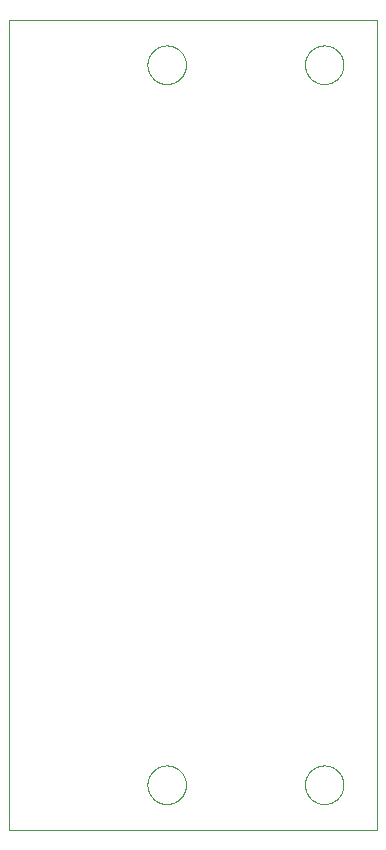
<source format=gko>
G75*
%MOIN*%
%OFA0B0*%
%FSLAX25Y25*%
%IPPOS*%
%LPD*%
%AMOC8*
5,1,8,0,0,1.08239X$1,22.5*
%
%ADD10C,0.00000*%
D10*
X0001000Y0001000D02*
X0001000Y0270961D01*
X0001000Y0271000D02*
X0123500Y0271000D01*
X0123500Y0270961D02*
X0123500Y0001000D01*
X0001000Y0001000D01*
X0047075Y0016000D02*
X0047077Y0016160D01*
X0047083Y0016320D01*
X0047093Y0016480D01*
X0047107Y0016640D01*
X0047125Y0016799D01*
X0047147Y0016958D01*
X0047173Y0017116D01*
X0047202Y0017273D01*
X0047236Y0017430D01*
X0047274Y0017585D01*
X0047315Y0017740D01*
X0047360Y0017894D01*
X0047410Y0018046D01*
X0047462Y0018197D01*
X0047519Y0018347D01*
X0047580Y0018496D01*
X0047644Y0018643D01*
X0047711Y0018788D01*
X0047783Y0018931D01*
X0047857Y0019073D01*
X0047936Y0019213D01*
X0048018Y0019350D01*
X0048103Y0019486D01*
X0048191Y0019619D01*
X0048283Y0019751D01*
X0048378Y0019879D01*
X0048477Y0020006D01*
X0048578Y0020130D01*
X0048683Y0020251D01*
X0048790Y0020370D01*
X0048901Y0020486D01*
X0049014Y0020599D01*
X0049130Y0020710D01*
X0049249Y0020817D01*
X0049370Y0020922D01*
X0049494Y0021023D01*
X0049621Y0021122D01*
X0049749Y0021217D01*
X0049881Y0021309D01*
X0050014Y0021397D01*
X0050150Y0021482D01*
X0050288Y0021564D01*
X0050427Y0021643D01*
X0050569Y0021717D01*
X0050712Y0021789D01*
X0050857Y0021856D01*
X0051004Y0021920D01*
X0051153Y0021981D01*
X0051303Y0022038D01*
X0051454Y0022090D01*
X0051606Y0022140D01*
X0051760Y0022185D01*
X0051915Y0022226D01*
X0052070Y0022264D01*
X0052227Y0022298D01*
X0052384Y0022327D01*
X0052542Y0022353D01*
X0052701Y0022375D01*
X0052860Y0022393D01*
X0053020Y0022407D01*
X0053180Y0022417D01*
X0053340Y0022423D01*
X0053500Y0022425D01*
X0053660Y0022423D01*
X0053820Y0022417D01*
X0053980Y0022407D01*
X0054140Y0022393D01*
X0054299Y0022375D01*
X0054458Y0022353D01*
X0054616Y0022327D01*
X0054773Y0022298D01*
X0054930Y0022264D01*
X0055085Y0022226D01*
X0055240Y0022185D01*
X0055394Y0022140D01*
X0055546Y0022090D01*
X0055697Y0022038D01*
X0055847Y0021981D01*
X0055996Y0021920D01*
X0056143Y0021856D01*
X0056288Y0021789D01*
X0056431Y0021717D01*
X0056573Y0021643D01*
X0056713Y0021564D01*
X0056850Y0021482D01*
X0056986Y0021397D01*
X0057119Y0021309D01*
X0057251Y0021217D01*
X0057379Y0021122D01*
X0057506Y0021023D01*
X0057630Y0020922D01*
X0057751Y0020817D01*
X0057870Y0020710D01*
X0057986Y0020599D01*
X0058099Y0020486D01*
X0058210Y0020370D01*
X0058317Y0020251D01*
X0058422Y0020130D01*
X0058523Y0020006D01*
X0058622Y0019879D01*
X0058717Y0019751D01*
X0058809Y0019619D01*
X0058897Y0019486D01*
X0058982Y0019350D01*
X0059064Y0019212D01*
X0059143Y0019073D01*
X0059217Y0018931D01*
X0059289Y0018788D01*
X0059356Y0018643D01*
X0059420Y0018496D01*
X0059481Y0018347D01*
X0059538Y0018197D01*
X0059590Y0018046D01*
X0059640Y0017894D01*
X0059685Y0017740D01*
X0059726Y0017585D01*
X0059764Y0017430D01*
X0059798Y0017273D01*
X0059827Y0017116D01*
X0059853Y0016958D01*
X0059875Y0016799D01*
X0059893Y0016640D01*
X0059907Y0016480D01*
X0059917Y0016320D01*
X0059923Y0016160D01*
X0059925Y0016000D01*
X0059923Y0015840D01*
X0059917Y0015680D01*
X0059907Y0015520D01*
X0059893Y0015360D01*
X0059875Y0015201D01*
X0059853Y0015042D01*
X0059827Y0014884D01*
X0059798Y0014727D01*
X0059764Y0014570D01*
X0059726Y0014415D01*
X0059685Y0014260D01*
X0059640Y0014106D01*
X0059590Y0013954D01*
X0059538Y0013803D01*
X0059481Y0013653D01*
X0059420Y0013504D01*
X0059356Y0013357D01*
X0059289Y0013212D01*
X0059217Y0013069D01*
X0059143Y0012927D01*
X0059064Y0012787D01*
X0058982Y0012650D01*
X0058897Y0012514D01*
X0058809Y0012381D01*
X0058717Y0012249D01*
X0058622Y0012121D01*
X0058523Y0011994D01*
X0058422Y0011870D01*
X0058317Y0011749D01*
X0058210Y0011630D01*
X0058099Y0011514D01*
X0057986Y0011401D01*
X0057870Y0011290D01*
X0057751Y0011183D01*
X0057630Y0011078D01*
X0057506Y0010977D01*
X0057379Y0010878D01*
X0057251Y0010783D01*
X0057119Y0010691D01*
X0056986Y0010603D01*
X0056850Y0010518D01*
X0056712Y0010436D01*
X0056573Y0010357D01*
X0056431Y0010283D01*
X0056288Y0010211D01*
X0056143Y0010144D01*
X0055996Y0010080D01*
X0055847Y0010019D01*
X0055697Y0009962D01*
X0055546Y0009910D01*
X0055394Y0009860D01*
X0055240Y0009815D01*
X0055085Y0009774D01*
X0054930Y0009736D01*
X0054773Y0009702D01*
X0054616Y0009673D01*
X0054458Y0009647D01*
X0054299Y0009625D01*
X0054140Y0009607D01*
X0053980Y0009593D01*
X0053820Y0009583D01*
X0053660Y0009577D01*
X0053500Y0009575D01*
X0053340Y0009577D01*
X0053180Y0009583D01*
X0053020Y0009593D01*
X0052860Y0009607D01*
X0052701Y0009625D01*
X0052542Y0009647D01*
X0052384Y0009673D01*
X0052227Y0009702D01*
X0052070Y0009736D01*
X0051915Y0009774D01*
X0051760Y0009815D01*
X0051606Y0009860D01*
X0051454Y0009910D01*
X0051303Y0009962D01*
X0051153Y0010019D01*
X0051004Y0010080D01*
X0050857Y0010144D01*
X0050712Y0010211D01*
X0050569Y0010283D01*
X0050427Y0010357D01*
X0050287Y0010436D01*
X0050150Y0010518D01*
X0050014Y0010603D01*
X0049881Y0010691D01*
X0049749Y0010783D01*
X0049621Y0010878D01*
X0049494Y0010977D01*
X0049370Y0011078D01*
X0049249Y0011183D01*
X0049130Y0011290D01*
X0049014Y0011401D01*
X0048901Y0011514D01*
X0048790Y0011630D01*
X0048683Y0011749D01*
X0048578Y0011870D01*
X0048477Y0011994D01*
X0048378Y0012121D01*
X0048283Y0012249D01*
X0048191Y0012381D01*
X0048103Y0012514D01*
X0048018Y0012650D01*
X0047936Y0012788D01*
X0047857Y0012927D01*
X0047783Y0013069D01*
X0047711Y0013212D01*
X0047644Y0013357D01*
X0047580Y0013504D01*
X0047519Y0013653D01*
X0047462Y0013803D01*
X0047410Y0013954D01*
X0047360Y0014106D01*
X0047315Y0014260D01*
X0047274Y0014415D01*
X0047236Y0014570D01*
X0047202Y0014727D01*
X0047173Y0014884D01*
X0047147Y0015042D01*
X0047125Y0015201D01*
X0047107Y0015360D01*
X0047093Y0015520D01*
X0047083Y0015680D01*
X0047077Y0015840D01*
X0047075Y0016000D01*
X0099575Y0016000D02*
X0099577Y0016160D01*
X0099583Y0016320D01*
X0099593Y0016480D01*
X0099607Y0016640D01*
X0099625Y0016799D01*
X0099647Y0016958D01*
X0099673Y0017116D01*
X0099702Y0017273D01*
X0099736Y0017430D01*
X0099774Y0017585D01*
X0099815Y0017740D01*
X0099860Y0017894D01*
X0099910Y0018046D01*
X0099962Y0018197D01*
X0100019Y0018347D01*
X0100080Y0018496D01*
X0100144Y0018643D01*
X0100211Y0018788D01*
X0100283Y0018931D01*
X0100357Y0019073D01*
X0100436Y0019213D01*
X0100518Y0019350D01*
X0100603Y0019486D01*
X0100691Y0019619D01*
X0100783Y0019751D01*
X0100878Y0019879D01*
X0100977Y0020006D01*
X0101078Y0020130D01*
X0101183Y0020251D01*
X0101290Y0020370D01*
X0101401Y0020486D01*
X0101514Y0020599D01*
X0101630Y0020710D01*
X0101749Y0020817D01*
X0101870Y0020922D01*
X0101994Y0021023D01*
X0102121Y0021122D01*
X0102249Y0021217D01*
X0102381Y0021309D01*
X0102514Y0021397D01*
X0102650Y0021482D01*
X0102788Y0021564D01*
X0102927Y0021643D01*
X0103069Y0021717D01*
X0103212Y0021789D01*
X0103357Y0021856D01*
X0103504Y0021920D01*
X0103653Y0021981D01*
X0103803Y0022038D01*
X0103954Y0022090D01*
X0104106Y0022140D01*
X0104260Y0022185D01*
X0104415Y0022226D01*
X0104570Y0022264D01*
X0104727Y0022298D01*
X0104884Y0022327D01*
X0105042Y0022353D01*
X0105201Y0022375D01*
X0105360Y0022393D01*
X0105520Y0022407D01*
X0105680Y0022417D01*
X0105840Y0022423D01*
X0106000Y0022425D01*
X0106160Y0022423D01*
X0106320Y0022417D01*
X0106480Y0022407D01*
X0106640Y0022393D01*
X0106799Y0022375D01*
X0106958Y0022353D01*
X0107116Y0022327D01*
X0107273Y0022298D01*
X0107430Y0022264D01*
X0107585Y0022226D01*
X0107740Y0022185D01*
X0107894Y0022140D01*
X0108046Y0022090D01*
X0108197Y0022038D01*
X0108347Y0021981D01*
X0108496Y0021920D01*
X0108643Y0021856D01*
X0108788Y0021789D01*
X0108931Y0021717D01*
X0109073Y0021643D01*
X0109213Y0021564D01*
X0109350Y0021482D01*
X0109486Y0021397D01*
X0109619Y0021309D01*
X0109751Y0021217D01*
X0109879Y0021122D01*
X0110006Y0021023D01*
X0110130Y0020922D01*
X0110251Y0020817D01*
X0110370Y0020710D01*
X0110486Y0020599D01*
X0110599Y0020486D01*
X0110710Y0020370D01*
X0110817Y0020251D01*
X0110922Y0020130D01*
X0111023Y0020006D01*
X0111122Y0019879D01*
X0111217Y0019751D01*
X0111309Y0019619D01*
X0111397Y0019486D01*
X0111482Y0019350D01*
X0111564Y0019212D01*
X0111643Y0019073D01*
X0111717Y0018931D01*
X0111789Y0018788D01*
X0111856Y0018643D01*
X0111920Y0018496D01*
X0111981Y0018347D01*
X0112038Y0018197D01*
X0112090Y0018046D01*
X0112140Y0017894D01*
X0112185Y0017740D01*
X0112226Y0017585D01*
X0112264Y0017430D01*
X0112298Y0017273D01*
X0112327Y0017116D01*
X0112353Y0016958D01*
X0112375Y0016799D01*
X0112393Y0016640D01*
X0112407Y0016480D01*
X0112417Y0016320D01*
X0112423Y0016160D01*
X0112425Y0016000D01*
X0112423Y0015840D01*
X0112417Y0015680D01*
X0112407Y0015520D01*
X0112393Y0015360D01*
X0112375Y0015201D01*
X0112353Y0015042D01*
X0112327Y0014884D01*
X0112298Y0014727D01*
X0112264Y0014570D01*
X0112226Y0014415D01*
X0112185Y0014260D01*
X0112140Y0014106D01*
X0112090Y0013954D01*
X0112038Y0013803D01*
X0111981Y0013653D01*
X0111920Y0013504D01*
X0111856Y0013357D01*
X0111789Y0013212D01*
X0111717Y0013069D01*
X0111643Y0012927D01*
X0111564Y0012787D01*
X0111482Y0012650D01*
X0111397Y0012514D01*
X0111309Y0012381D01*
X0111217Y0012249D01*
X0111122Y0012121D01*
X0111023Y0011994D01*
X0110922Y0011870D01*
X0110817Y0011749D01*
X0110710Y0011630D01*
X0110599Y0011514D01*
X0110486Y0011401D01*
X0110370Y0011290D01*
X0110251Y0011183D01*
X0110130Y0011078D01*
X0110006Y0010977D01*
X0109879Y0010878D01*
X0109751Y0010783D01*
X0109619Y0010691D01*
X0109486Y0010603D01*
X0109350Y0010518D01*
X0109212Y0010436D01*
X0109073Y0010357D01*
X0108931Y0010283D01*
X0108788Y0010211D01*
X0108643Y0010144D01*
X0108496Y0010080D01*
X0108347Y0010019D01*
X0108197Y0009962D01*
X0108046Y0009910D01*
X0107894Y0009860D01*
X0107740Y0009815D01*
X0107585Y0009774D01*
X0107430Y0009736D01*
X0107273Y0009702D01*
X0107116Y0009673D01*
X0106958Y0009647D01*
X0106799Y0009625D01*
X0106640Y0009607D01*
X0106480Y0009593D01*
X0106320Y0009583D01*
X0106160Y0009577D01*
X0106000Y0009575D01*
X0105840Y0009577D01*
X0105680Y0009583D01*
X0105520Y0009593D01*
X0105360Y0009607D01*
X0105201Y0009625D01*
X0105042Y0009647D01*
X0104884Y0009673D01*
X0104727Y0009702D01*
X0104570Y0009736D01*
X0104415Y0009774D01*
X0104260Y0009815D01*
X0104106Y0009860D01*
X0103954Y0009910D01*
X0103803Y0009962D01*
X0103653Y0010019D01*
X0103504Y0010080D01*
X0103357Y0010144D01*
X0103212Y0010211D01*
X0103069Y0010283D01*
X0102927Y0010357D01*
X0102787Y0010436D01*
X0102650Y0010518D01*
X0102514Y0010603D01*
X0102381Y0010691D01*
X0102249Y0010783D01*
X0102121Y0010878D01*
X0101994Y0010977D01*
X0101870Y0011078D01*
X0101749Y0011183D01*
X0101630Y0011290D01*
X0101514Y0011401D01*
X0101401Y0011514D01*
X0101290Y0011630D01*
X0101183Y0011749D01*
X0101078Y0011870D01*
X0100977Y0011994D01*
X0100878Y0012121D01*
X0100783Y0012249D01*
X0100691Y0012381D01*
X0100603Y0012514D01*
X0100518Y0012650D01*
X0100436Y0012788D01*
X0100357Y0012927D01*
X0100283Y0013069D01*
X0100211Y0013212D01*
X0100144Y0013357D01*
X0100080Y0013504D01*
X0100019Y0013653D01*
X0099962Y0013803D01*
X0099910Y0013954D01*
X0099860Y0014106D01*
X0099815Y0014260D01*
X0099774Y0014415D01*
X0099736Y0014570D01*
X0099702Y0014727D01*
X0099673Y0014884D01*
X0099647Y0015042D01*
X0099625Y0015201D01*
X0099607Y0015360D01*
X0099593Y0015520D01*
X0099583Y0015680D01*
X0099577Y0015840D01*
X0099575Y0016000D01*
X0099575Y0256000D02*
X0099577Y0256160D01*
X0099583Y0256320D01*
X0099593Y0256480D01*
X0099607Y0256640D01*
X0099625Y0256799D01*
X0099647Y0256958D01*
X0099673Y0257116D01*
X0099702Y0257273D01*
X0099736Y0257430D01*
X0099774Y0257585D01*
X0099815Y0257740D01*
X0099860Y0257894D01*
X0099910Y0258046D01*
X0099962Y0258197D01*
X0100019Y0258347D01*
X0100080Y0258496D01*
X0100144Y0258643D01*
X0100211Y0258788D01*
X0100283Y0258931D01*
X0100357Y0259073D01*
X0100436Y0259213D01*
X0100518Y0259350D01*
X0100603Y0259486D01*
X0100691Y0259619D01*
X0100783Y0259751D01*
X0100878Y0259879D01*
X0100977Y0260006D01*
X0101078Y0260130D01*
X0101183Y0260251D01*
X0101290Y0260370D01*
X0101401Y0260486D01*
X0101514Y0260599D01*
X0101630Y0260710D01*
X0101749Y0260817D01*
X0101870Y0260922D01*
X0101994Y0261023D01*
X0102121Y0261122D01*
X0102249Y0261217D01*
X0102381Y0261309D01*
X0102514Y0261397D01*
X0102650Y0261482D01*
X0102788Y0261564D01*
X0102927Y0261643D01*
X0103069Y0261717D01*
X0103212Y0261789D01*
X0103357Y0261856D01*
X0103504Y0261920D01*
X0103653Y0261981D01*
X0103803Y0262038D01*
X0103954Y0262090D01*
X0104106Y0262140D01*
X0104260Y0262185D01*
X0104415Y0262226D01*
X0104570Y0262264D01*
X0104727Y0262298D01*
X0104884Y0262327D01*
X0105042Y0262353D01*
X0105201Y0262375D01*
X0105360Y0262393D01*
X0105520Y0262407D01*
X0105680Y0262417D01*
X0105840Y0262423D01*
X0106000Y0262425D01*
X0106160Y0262423D01*
X0106320Y0262417D01*
X0106480Y0262407D01*
X0106640Y0262393D01*
X0106799Y0262375D01*
X0106958Y0262353D01*
X0107116Y0262327D01*
X0107273Y0262298D01*
X0107430Y0262264D01*
X0107585Y0262226D01*
X0107740Y0262185D01*
X0107894Y0262140D01*
X0108046Y0262090D01*
X0108197Y0262038D01*
X0108347Y0261981D01*
X0108496Y0261920D01*
X0108643Y0261856D01*
X0108788Y0261789D01*
X0108931Y0261717D01*
X0109073Y0261643D01*
X0109213Y0261564D01*
X0109350Y0261482D01*
X0109486Y0261397D01*
X0109619Y0261309D01*
X0109751Y0261217D01*
X0109879Y0261122D01*
X0110006Y0261023D01*
X0110130Y0260922D01*
X0110251Y0260817D01*
X0110370Y0260710D01*
X0110486Y0260599D01*
X0110599Y0260486D01*
X0110710Y0260370D01*
X0110817Y0260251D01*
X0110922Y0260130D01*
X0111023Y0260006D01*
X0111122Y0259879D01*
X0111217Y0259751D01*
X0111309Y0259619D01*
X0111397Y0259486D01*
X0111482Y0259350D01*
X0111564Y0259212D01*
X0111643Y0259073D01*
X0111717Y0258931D01*
X0111789Y0258788D01*
X0111856Y0258643D01*
X0111920Y0258496D01*
X0111981Y0258347D01*
X0112038Y0258197D01*
X0112090Y0258046D01*
X0112140Y0257894D01*
X0112185Y0257740D01*
X0112226Y0257585D01*
X0112264Y0257430D01*
X0112298Y0257273D01*
X0112327Y0257116D01*
X0112353Y0256958D01*
X0112375Y0256799D01*
X0112393Y0256640D01*
X0112407Y0256480D01*
X0112417Y0256320D01*
X0112423Y0256160D01*
X0112425Y0256000D01*
X0112423Y0255840D01*
X0112417Y0255680D01*
X0112407Y0255520D01*
X0112393Y0255360D01*
X0112375Y0255201D01*
X0112353Y0255042D01*
X0112327Y0254884D01*
X0112298Y0254727D01*
X0112264Y0254570D01*
X0112226Y0254415D01*
X0112185Y0254260D01*
X0112140Y0254106D01*
X0112090Y0253954D01*
X0112038Y0253803D01*
X0111981Y0253653D01*
X0111920Y0253504D01*
X0111856Y0253357D01*
X0111789Y0253212D01*
X0111717Y0253069D01*
X0111643Y0252927D01*
X0111564Y0252787D01*
X0111482Y0252650D01*
X0111397Y0252514D01*
X0111309Y0252381D01*
X0111217Y0252249D01*
X0111122Y0252121D01*
X0111023Y0251994D01*
X0110922Y0251870D01*
X0110817Y0251749D01*
X0110710Y0251630D01*
X0110599Y0251514D01*
X0110486Y0251401D01*
X0110370Y0251290D01*
X0110251Y0251183D01*
X0110130Y0251078D01*
X0110006Y0250977D01*
X0109879Y0250878D01*
X0109751Y0250783D01*
X0109619Y0250691D01*
X0109486Y0250603D01*
X0109350Y0250518D01*
X0109212Y0250436D01*
X0109073Y0250357D01*
X0108931Y0250283D01*
X0108788Y0250211D01*
X0108643Y0250144D01*
X0108496Y0250080D01*
X0108347Y0250019D01*
X0108197Y0249962D01*
X0108046Y0249910D01*
X0107894Y0249860D01*
X0107740Y0249815D01*
X0107585Y0249774D01*
X0107430Y0249736D01*
X0107273Y0249702D01*
X0107116Y0249673D01*
X0106958Y0249647D01*
X0106799Y0249625D01*
X0106640Y0249607D01*
X0106480Y0249593D01*
X0106320Y0249583D01*
X0106160Y0249577D01*
X0106000Y0249575D01*
X0105840Y0249577D01*
X0105680Y0249583D01*
X0105520Y0249593D01*
X0105360Y0249607D01*
X0105201Y0249625D01*
X0105042Y0249647D01*
X0104884Y0249673D01*
X0104727Y0249702D01*
X0104570Y0249736D01*
X0104415Y0249774D01*
X0104260Y0249815D01*
X0104106Y0249860D01*
X0103954Y0249910D01*
X0103803Y0249962D01*
X0103653Y0250019D01*
X0103504Y0250080D01*
X0103357Y0250144D01*
X0103212Y0250211D01*
X0103069Y0250283D01*
X0102927Y0250357D01*
X0102787Y0250436D01*
X0102650Y0250518D01*
X0102514Y0250603D01*
X0102381Y0250691D01*
X0102249Y0250783D01*
X0102121Y0250878D01*
X0101994Y0250977D01*
X0101870Y0251078D01*
X0101749Y0251183D01*
X0101630Y0251290D01*
X0101514Y0251401D01*
X0101401Y0251514D01*
X0101290Y0251630D01*
X0101183Y0251749D01*
X0101078Y0251870D01*
X0100977Y0251994D01*
X0100878Y0252121D01*
X0100783Y0252249D01*
X0100691Y0252381D01*
X0100603Y0252514D01*
X0100518Y0252650D01*
X0100436Y0252788D01*
X0100357Y0252927D01*
X0100283Y0253069D01*
X0100211Y0253212D01*
X0100144Y0253357D01*
X0100080Y0253504D01*
X0100019Y0253653D01*
X0099962Y0253803D01*
X0099910Y0253954D01*
X0099860Y0254106D01*
X0099815Y0254260D01*
X0099774Y0254415D01*
X0099736Y0254570D01*
X0099702Y0254727D01*
X0099673Y0254884D01*
X0099647Y0255042D01*
X0099625Y0255201D01*
X0099607Y0255360D01*
X0099593Y0255520D01*
X0099583Y0255680D01*
X0099577Y0255840D01*
X0099575Y0256000D01*
X0047075Y0256000D02*
X0047077Y0256160D01*
X0047083Y0256320D01*
X0047093Y0256480D01*
X0047107Y0256640D01*
X0047125Y0256799D01*
X0047147Y0256958D01*
X0047173Y0257116D01*
X0047202Y0257273D01*
X0047236Y0257430D01*
X0047274Y0257585D01*
X0047315Y0257740D01*
X0047360Y0257894D01*
X0047410Y0258046D01*
X0047462Y0258197D01*
X0047519Y0258347D01*
X0047580Y0258496D01*
X0047644Y0258643D01*
X0047711Y0258788D01*
X0047783Y0258931D01*
X0047857Y0259073D01*
X0047936Y0259213D01*
X0048018Y0259350D01*
X0048103Y0259486D01*
X0048191Y0259619D01*
X0048283Y0259751D01*
X0048378Y0259879D01*
X0048477Y0260006D01*
X0048578Y0260130D01*
X0048683Y0260251D01*
X0048790Y0260370D01*
X0048901Y0260486D01*
X0049014Y0260599D01*
X0049130Y0260710D01*
X0049249Y0260817D01*
X0049370Y0260922D01*
X0049494Y0261023D01*
X0049621Y0261122D01*
X0049749Y0261217D01*
X0049881Y0261309D01*
X0050014Y0261397D01*
X0050150Y0261482D01*
X0050288Y0261564D01*
X0050427Y0261643D01*
X0050569Y0261717D01*
X0050712Y0261789D01*
X0050857Y0261856D01*
X0051004Y0261920D01*
X0051153Y0261981D01*
X0051303Y0262038D01*
X0051454Y0262090D01*
X0051606Y0262140D01*
X0051760Y0262185D01*
X0051915Y0262226D01*
X0052070Y0262264D01*
X0052227Y0262298D01*
X0052384Y0262327D01*
X0052542Y0262353D01*
X0052701Y0262375D01*
X0052860Y0262393D01*
X0053020Y0262407D01*
X0053180Y0262417D01*
X0053340Y0262423D01*
X0053500Y0262425D01*
X0053660Y0262423D01*
X0053820Y0262417D01*
X0053980Y0262407D01*
X0054140Y0262393D01*
X0054299Y0262375D01*
X0054458Y0262353D01*
X0054616Y0262327D01*
X0054773Y0262298D01*
X0054930Y0262264D01*
X0055085Y0262226D01*
X0055240Y0262185D01*
X0055394Y0262140D01*
X0055546Y0262090D01*
X0055697Y0262038D01*
X0055847Y0261981D01*
X0055996Y0261920D01*
X0056143Y0261856D01*
X0056288Y0261789D01*
X0056431Y0261717D01*
X0056573Y0261643D01*
X0056713Y0261564D01*
X0056850Y0261482D01*
X0056986Y0261397D01*
X0057119Y0261309D01*
X0057251Y0261217D01*
X0057379Y0261122D01*
X0057506Y0261023D01*
X0057630Y0260922D01*
X0057751Y0260817D01*
X0057870Y0260710D01*
X0057986Y0260599D01*
X0058099Y0260486D01*
X0058210Y0260370D01*
X0058317Y0260251D01*
X0058422Y0260130D01*
X0058523Y0260006D01*
X0058622Y0259879D01*
X0058717Y0259751D01*
X0058809Y0259619D01*
X0058897Y0259486D01*
X0058982Y0259350D01*
X0059064Y0259212D01*
X0059143Y0259073D01*
X0059217Y0258931D01*
X0059289Y0258788D01*
X0059356Y0258643D01*
X0059420Y0258496D01*
X0059481Y0258347D01*
X0059538Y0258197D01*
X0059590Y0258046D01*
X0059640Y0257894D01*
X0059685Y0257740D01*
X0059726Y0257585D01*
X0059764Y0257430D01*
X0059798Y0257273D01*
X0059827Y0257116D01*
X0059853Y0256958D01*
X0059875Y0256799D01*
X0059893Y0256640D01*
X0059907Y0256480D01*
X0059917Y0256320D01*
X0059923Y0256160D01*
X0059925Y0256000D01*
X0059923Y0255840D01*
X0059917Y0255680D01*
X0059907Y0255520D01*
X0059893Y0255360D01*
X0059875Y0255201D01*
X0059853Y0255042D01*
X0059827Y0254884D01*
X0059798Y0254727D01*
X0059764Y0254570D01*
X0059726Y0254415D01*
X0059685Y0254260D01*
X0059640Y0254106D01*
X0059590Y0253954D01*
X0059538Y0253803D01*
X0059481Y0253653D01*
X0059420Y0253504D01*
X0059356Y0253357D01*
X0059289Y0253212D01*
X0059217Y0253069D01*
X0059143Y0252927D01*
X0059064Y0252787D01*
X0058982Y0252650D01*
X0058897Y0252514D01*
X0058809Y0252381D01*
X0058717Y0252249D01*
X0058622Y0252121D01*
X0058523Y0251994D01*
X0058422Y0251870D01*
X0058317Y0251749D01*
X0058210Y0251630D01*
X0058099Y0251514D01*
X0057986Y0251401D01*
X0057870Y0251290D01*
X0057751Y0251183D01*
X0057630Y0251078D01*
X0057506Y0250977D01*
X0057379Y0250878D01*
X0057251Y0250783D01*
X0057119Y0250691D01*
X0056986Y0250603D01*
X0056850Y0250518D01*
X0056712Y0250436D01*
X0056573Y0250357D01*
X0056431Y0250283D01*
X0056288Y0250211D01*
X0056143Y0250144D01*
X0055996Y0250080D01*
X0055847Y0250019D01*
X0055697Y0249962D01*
X0055546Y0249910D01*
X0055394Y0249860D01*
X0055240Y0249815D01*
X0055085Y0249774D01*
X0054930Y0249736D01*
X0054773Y0249702D01*
X0054616Y0249673D01*
X0054458Y0249647D01*
X0054299Y0249625D01*
X0054140Y0249607D01*
X0053980Y0249593D01*
X0053820Y0249583D01*
X0053660Y0249577D01*
X0053500Y0249575D01*
X0053340Y0249577D01*
X0053180Y0249583D01*
X0053020Y0249593D01*
X0052860Y0249607D01*
X0052701Y0249625D01*
X0052542Y0249647D01*
X0052384Y0249673D01*
X0052227Y0249702D01*
X0052070Y0249736D01*
X0051915Y0249774D01*
X0051760Y0249815D01*
X0051606Y0249860D01*
X0051454Y0249910D01*
X0051303Y0249962D01*
X0051153Y0250019D01*
X0051004Y0250080D01*
X0050857Y0250144D01*
X0050712Y0250211D01*
X0050569Y0250283D01*
X0050427Y0250357D01*
X0050287Y0250436D01*
X0050150Y0250518D01*
X0050014Y0250603D01*
X0049881Y0250691D01*
X0049749Y0250783D01*
X0049621Y0250878D01*
X0049494Y0250977D01*
X0049370Y0251078D01*
X0049249Y0251183D01*
X0049130Y0251290D01*
X0049014Y0251401D01*
X0048901Y0251514D01*
X0048790Y0251630D01*
X0048683Y0251749D01*
X0048578Y0251870D01*
X0048477Y0251994D01*
X0048378Y0252121D01*
X0048283Y0252249D01*
X0048191Y0252381D01*
X0048103Y0252514D01*
X0048018Y0252650D01*
X0047936Y0252788D01*
X0047857Y0252927D01*
X0047783Y0253069D01*
X0047711Y0253212D01*
X0047644Y0253357D01*
X0047580Y0253504D01*
X0047519Y0253653D01*
X0047462Y0253803D01*
X0047410Y0253954D01*
X0047360Y0254106D01*
X0047315Y0254260D01*
X0047274Y0254415D01*
X0047236Y0254570D01*
X0047202Y0254727D01*
X0047173Y0254884D01*
X0047147Y0255042D01*
X0047125Y0255201D01*
X0047107Y0255360D01*
X0047093Y0255520D01*
X0047083Y0255680D01*
X0047077Y0255840D01*
X0047075Y0256000D01*
M02*

</source>
